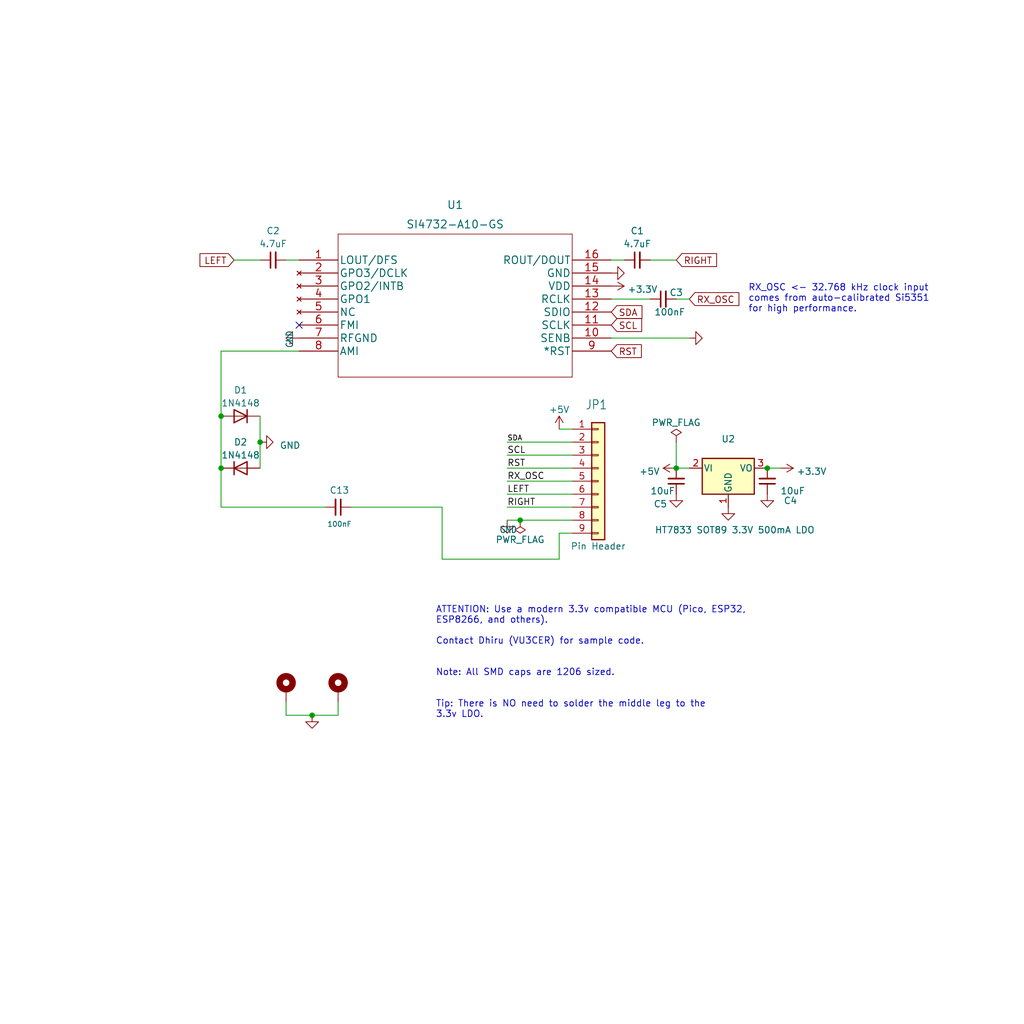
<source format=kicad_sch>
(kicad_sch (version 20230121) (generator eeschema)
  (paper "User" 200 200)
  (title_block (title "Breakout board (BoB) for Si4732 for HF") (date "2023-02-17") (rev "v0.01") (company "Dhiru Kholia (VU3CER)"))
  (lib_symbols
    (symbol "1N4148_1" (pin_numbers hide) (pin_names hide)
      (property "Reference" "D" (at 0 2.54 0))
      (property "Value" "1N4148" (at 0 -2.54 0))
      (property "Sim.Device" "D" (at 0 0 0))
      (property "Sim.Pins" "1=K 2=A" (at 0 0 0))
      (symbol "1N4148_1_0_1"
        (polyline (pts (xy -1.27 1.27) (xy -1.27 -1.27)) (stroke (width 0.254)))
        (polyline (pts (xy 1.27 0) (xy -1.27 0)))
        (polyline (pts (xy 1.27 1.27) (xy 1.27 -1.27) (xy -1.27 0) (xy 1.27 1.27)) (stroke (width 0.254)))
      )
      (symbol "1N4148_1_1_1"
        (pin passive line (at -3.81 0 0) (length 2.54) (name "K") (number "1"))
        (pin passive line (at 3.81 0 180) (length 2.54) (name "A") (number "2"))
      )
    )
    (symbol "2022-12-04_04-36-26:SI4732-A10-GS" (pin_names (offset 0.254))
      (property "Reference" "U" (at 30.48 10.16 0))
      (property "Value" "SI4732-A10-GS" (at 30.48 7.62 0))
      (symbol "SI4732-A10-GS_1_1"
        (polyline (pts (xy 7.62 -22.86) (xy 53.34 -22.86)) (stroke (width 0.127)))
        (polyline (pts (xy 7.62 5.08) (xy 7.62 -22.86)) (stroke (width 0.127)))
        (polyline (pts (xy 53.34 -22.86) (xy 53.34 5.08)) (stroke (width 0.127)))
        (polyline (pts (xy 53.34 5.08) (xy 7.62 5.08)) (stroke (width 0.127)))
        (pin output line (at 0 0 0) (length 7.62) (name "LOUT/DFS") (number "1"))
        (pin power_in line (at 60.96 -15.24 180) (length 7.62) (name "SENB") (number "10"))
        (pin bidirectional line (at 60.96 -12.7 180) (length 7.62) (name "SCLK") (number "11"))
        (pin bidirectional line (at 60.96 -10.16 180) (length 7.62) (name "SDIO") (number "12"))
        (pin input line (at 60.96 -7.62 180) (length 7.62) (name "RCLK") (number "13"))
        (pin power_in line (at 60.96 -5.08 180) (length 7.62) (name "VDD") (number "14"))
        (pin power_in line (at 60.96 -2.54 180) (length 7.62) (name "GND") (number "15"))
        (pin output line (at 60.96 0 180) (length 7.62) (name "ROUT/DOUT") (number "16"))
        (pin no_connect line (at 0 -2.54 0) (length 7.62) (name "GPO3/DCLK") (number "2"))
        (pin no_connect line (at 0 -5.08 0) (length 7.62) (name "GPO2/INTB") (number "3"))
        (pin no_connect line (at 0 -7.62 0) (length 7.62) (name "GPO1") (number "4"))
        (pin no_connect line (at 0 -10.16 0) (length 7.62) (name "NC") (number "5"))
        (pin unspecified line (at 0 -12.7 0) (length 7.62) (name "FMI") (number "6"))
        (pin power_in line (at 0 -15.24 0) (length 7.62) (name "RFGND") (number "7"))
        (pin input line (at 0 -17.78 0) (length 7.62) (name "AMI") (number "8"))
        (pin input line (at 60.96 -17.78 180) (length 7.62) (name "*RST") (number "9"))
      )
    )
    (symbol "Connector_Generic:Conn_01x09" (pin_names (offset 1.016) hide)
      (property "Reference" "J" (at 0 12.7 0))
      (property "Value" "Conn_01x09" (at 0 -12.7 0))
      (symbol "Conn_01x09_1_1"
        (rectangle (start -1.27 -10.033) (end 0 -10.287) (stroke (width 0.1524)))
        (rectangle (start -1.27 -7.493) (end 0 -7.747) (stroke (width 0.1524)))
        (rectangle (start -1.27 -4.953) (end 0 -5.207) (stroke (width 0.1524)))
        (rectangle (start -1.27 -2.413) (end 0 -2.667) (stroke (width 0.1524)))
        (rectangle (start -1.27 0.127) (end 0 -0.127) (stroke (width 0.1524)))
        (rectangle (start -1.27 2.667) (end 0 2.413) (stroke (width 0.1524)))
        (rectangle (start -1.27 5.207) (end 0 4.953) (stroke (width 0.1524)))
        (rectangle (start -1.27 7.747) (end 0 7.493) (stroke (width 0.1524)))
        (rectangle (start -1.27 10.287) (end 0 10.033) (stroke (width 0.1524)))
        (rectangle (start -1.27 11.43) (end 1.27 -11.43) (stroke (width 0.254)) (fill (type background)))
        (pin passive line (at -5.08 10.16 0) (length 3.81) (name "Pin_1") (number "1"))
        (pin passive line (at -5.08 7.62 0) (length 3.81) (name "Pin_2") (number "2"))
        (pin passive line (at -5.08 5.08 0) (length 3.81) (name "Pin_3") (number "3"))
        (pin passive line (at -5.08 2.54 0) (length 3.81) (name "Pin_4") (number "4"))
        (pin passive line (at -5.08 0 0) (length 3.81) (name "Pin_5") (number "5"))
        (pin passive line (at -5.08 -2.54 0) (length 3.81) (name "Pin_6") (number "6"))
        (pin passive line (at -5.08 -5.08 0) (length 3.81) (name "Pin_7") (number "7"))
        (pin passive line (at -5.08 -7.62 0) (length 3.81) (name "Pin_8") (number "8"))
        (pin passive line (at -5.08 -10.16 0) (length 3.81) (name "Pin_9") (number "9"))
      )
    )
    (symbol "Device:C_Small" (pin_numbers hide) (pin_names (offset 0.254) hide)
      (property "Reference" "C" (at 0.254 1.778 0))
      (property "Value" "C_Small" (at 0.254 -2.032 0))
      (symbol "C_Small_0_1"
        (polyline (pts (xy -1.524 -0.508) (xy 1.524 -0.508)) (stroke (width 0.3302)))
        (polyline (pts (xy -1.524 0.508) (xy 1.524 0.508)) (stroke (width 0.3048)))
      )
      (symbol "C_Small_1_1"
        (pin passive line (at 0 2.54 270) (length 2.032) (name "~") (number "1"))
        (pin passive line (at 0 -2.54 90) (length 2.032) (name "~") (number "2"))
      )
    )
    (symbol "Diode:1N4148" (pin_numbers hide) (pin_names hide)
      (property "Reference" "D" (at 0 2.54 0))
      (property "Value" "1N4148" (at 0 -2.54 0))
      (property "Sim.Device" "D" (at 0 0 0))
      (property "Sim.Pins" "1=K 2=A" (at 0 0 0))
      (symbol "1N4148_0_1"
        (polyline (pts (xy -1.27 1.27) (xy -1.27 -1.27)) (stroke (width 0.254)))
        (polyline (pts (xy 1.27 0) (xy -1.27 0)))
        (polyline (pts (xy 1.27 1.27) (xy 1.27 -1.27) (xy -1.27 0) (xy 1.27 1.27)) (stroke (width 0.254)))
      )
      (symbol "1N4148_1_1"
        (pin passive line (at -3.81 0 0) (length 2.54) (name "K") (number "1"))
        (pin passive line (at 3.81 0 180) (length 2.54) (name "A") (number "2"))
      )
    )
    (symbol "Mechanical:MountingHole_Pad" (pin_numbers hide) (pin_names (offset 1.016) hide)
      (property "Reference" "H" (at 0 6.35 0))
      (property "Value" "MountingHole_Pad" (at 0 4.445 0))
      (symbol "MountingHole_Pad_0_1"
        (circle (center 0 1.27) (radius 1.27) (stroke (width 1.27)))
      )
      (symbol "MountingHole_Pad_1_1"
        (pin input line (at 0 -2.54 90) (length 2.54) (name "1") (number "1"))
      )
    )
    (symbol "Regulator_Linear:MCP1703Ax-330xxMB" (pin_names (offset 0.254))
      (property "Reference" "U" (at -3.81 3.175 0))
      (property "Value" "MCP1703Ax-330xxMB" (at 0 3.175 0))
      (symbol "MCP1703Ax-330xxMB_0_1"
        (rectangle (start -5.08 -5.08) (end 5.08 1.905) (stroke (width 0.254)) (fill (type background)))
      )
      (symbol "MCP1703Ax-330xxMB_1_1"
        (pin power_in line (at 0 -7.62 90) (length 2.54) (name "GND") (number "1"))
        (pin power_in line (at -7.62 0 0) (length 2.54) (name "VI") (number "2"))
        (pin power_out line (at 7.62 0 180) (length 2.54) (name "VO") (number "3"))
      )
    )
    (symbol "power:+3.3V" (power) (pin_names (offset 0))
      (property "Value" "+3.3V" (at 0 3.556 0))
      (symbol "+3.3V_0_1"
        (polyline (pts (xy -0.762 1.27) (xy 0 2.54)))
        (polyline (pts (xy 0 0) (xy 0 2.54)))
        (polyline (pts (xy 0 2.54) (xy 0.762 1.27)))
      )
      (symbol "+3.3V_1_1"
        (pin power_in line (at 0 0 90) (length 0) hide (name "+3.3V") (number "1"))
      )
    )
    (symbol "power:+5V" (power) (pin_names (offset 0))
      (property "Value" "+5V" (at 0 3.556 0))
      (symbol "+5V_0_1"
        (polyline (pts (xy -0.762 1.27) (xy 0 2.54)))
        (polyline (pts (xy 0 0) (xy 0 2.54)))
        (polyline (pts (xy 0 2.54) (xy 0.762 1.27)))
      )
      (symbol "+5V_1_1"
        (pin power_in line (at 0 0 90) (length 0) hide (name "+5V") (number "1"))
      )
    )
    (symbol "power:GND" (power) (pin_names (offset 0))
      (property "Value" "GND" (at 0 -3.81 0))
      (symbol "GND_0_1"
        (polyline (pts (xy 0 0) (xy 0 -1.27) (xy 1.27 -1.27) (xy 0 -2.54) (xy -1.27 -1.27) (xy 0 -1.27)))
      )
      (symbol "GND_1_1"
        (pin power_in line (at 0 0 270) (length 0) hide (name "GND") (number "1"))
      )
    )
    (symbol "power:PWR_FLAG" (power) (pin_numbers hide) (pin_names (offset 0) hide)
      (property "Value" "PWR_FLAG" (at 0 3.81 0))
      (symbol "PWR_FLAG_0_0"
        (pin power_out line (at 0 0 90) (length 0) (name "pwr") (number "1"))
      )
      (symbol "PWR_FLAG_0_1"
        (polyline (pts (xy 0 0) (xy 0 1.27) (xy -1.016 1.905) (xy 0 2.54) (xy 1.016 1.905) (xy 0 1.27)))
      )
    )
  )
  (junction (at 60.96 139.7))
  (junction (at 50.8 86.36))
  (junction (at 132.08 91.44))
  (junction (at 43.18 81.28))
  (junction (at 43.18 91.44))
  (junction (at 101.6 101.6))
  (junction (at 149.86 91.44))
  (no_connect (at 58.42 63.5))
  (wire (pts (xy 50.8 86.36) (xy 50.8 91.44)))
  (wire (pts (xy 119.38 58.42) (xy 127 58.42)))
  (wire (pts (xy 109.22 104.14) (xy 109.22 109.22)))
  (wire (pts (xy 99.06 91.44) (xy 111.76 91.44)))
  (wire (pts (xy 99.06 93.98) (xy 111.76 93.98)))
  (wire (pts (xy 86.36 99.06) (xy 86.36 109.22)))
  (wire (pts (xy 109.22 83.82) (xy 111.76 83.82)))
  (wire (pts (xy 68.58 99.06) (xy 86.36 99.06)))
  (wire (pts (xy 119.38 66.04) (xy 134.62 66.04)))
  (wire (pts (xy 55.88 137.16) (xy 55.88 139.7)))
  (wire (pts (xy 109.22 104.14) (xy 111.76 104.14)))
  (wire (pts (xy 66.04 137.16) (xy 66.04 139.7)))
  (wire (pts (xy 132.08 86.36) (xy 132.08 91.44)))
  (wire (pts (xy 60.96 139.7) (xy 55.88 139.7)))
  (wire (pts (xy 43.18 91.44) (xy 43.18 99.06)))
  (wire (pts (xy 58.42 68.58) (xy 43.18 68.58)))
  (wire (pts (xy 132.08 91.44) (xy 134.62 91.44)))
  (wire (pts (xy 101.6 101.6) (xy 111.76 101.6)))
  (wire (pts (xy 99.06 101.6) (xy 101.6 101.6)))
  (wire (pts (xy 132.08 58.42) (xy 134.62 58.42)))
  (wire (pts (xy 99.06 99.06) (xy 111.76 99.06)))
  (wire (pts (xy 149.86 91.44) (xy 152.4 91.44)))
  (wire (pts (xy 55.88 50.8) (xy 58.42 50.8)))
  (wire (pts (xy 99.06 96.52) (xy 111.76 96.52)))
  (wire (pts (xy 50.8 81.28) (xy 50.8 86.36)))
  (wire (pts (xy 43.18 68.58) (xy 43.18 81.28)))
  (wire (pts (xy 43.18 99.06) (xy 63.5 99.06)))
  (wire (pts (xy 99.06 88.9) (xy 111.76 88.9)))
  (wire (pts (xy 66.04 139.7) (xy 60.96 139.7)))
  (wire (pts (xy 43.18 81.28) (xy 43.18 91.44)))
  (wire (pts (xy 99.06 86.36) (xy 111.76 86.36)))
  (wire (pts (xy 86.36 109.22) (xy 109.22 109.22)))
  (wire (pts (xy 119.38 50.8) (xy 121.92 50.8)))
  (wire (pts (xy 127 50.8) (xy 132.08 50.8)))
  (wire (pts (xy 45.72 50.8) (xy 50.8 50.8)))
  (text "RX_OSC <- 32.768 kHz clock input\ncomes from auto-calibrated Si5351\nfor high performance." (at 146.1262 61.1378 0) (effects (font (size 1.27 1.27)) (justify left bottom)))
  (text "ATTENTION: Use a modern 3.3v compatible MCU (Pico, ESP32, \nESP8266, and others).\n\nContact Dhiru (VU3CER) for sample code.\n\n\nNote: All SMD caps are 1206 sized.\n\n\nTip: There is NO need to solder the middle leg to the\n3.3v LDO." (at 85.09 140.3604 0) (effects (font (size 1.27 1.27)) (justify left bottom)))
  (label "RST" (at 99.06 91.44 0) (effects (font (size 1.2446 1.2446))))
  (label "SDA" (at 99.06 86.36 0) (effects (font (size 1 1))))
  (label "SCL" (at 99.06 88.9 0) (effects (font (size 1.2446 1.2446))))
  (label "RX_OSC" (at 99.06 93.98 0) (effects (font (size 1.2446 1.2446))))
  (label "LEFT" (at 99.06 96.52 0) (effects (font (size 1.2446 1.2446))))
  (label "RIGHT" (at 99.06 99.06 0) (effects (font (size 1.2446 1.2446))))
  (global_label "RST" (shape input) (at 119.38 68.58 0) (property "Intersheetrefs" "${INTERSHEET_REFS}" (effects hide)))
  (global_label "RX_OSC" (shape input) (at 134.62 58.42 0) (property "Intersheetrefs" "${INTERSHEET_REFS}" (effects hide)))
  (global_label "SDA" (shape input) (at 119.38 60.96 0) (property "Intersheetrefs" "${INTERSHEET_REFS}" (effects hide)))
  (global_label "RIGHT" (shape input) (at 132.08 50.8 0) (property "Intersheetrefs" "${INTERSHEET_REFS}" (effects hide)))
  (global_label "SCL" (shape input) (at 119.38 63.5 0) (property "Intersheetrefs" "${INTERSHEET_REFS}" (effects hide)))
  (global_label "LEFT" (shape input) (at 45.72 50.8 180) (property "Intersheetrefs" "${INTERSHEET_REFS}" (effects hide)))
  (symbol (lib_id "Mechanical:MountingHole_Pad") (at 55.88 134.62 0) (unit 1)
    (property "Reference" "H1" (effects hide))
    (property "Value" "MountingHole_Pad" (effects hide))
    (property "Footprint" "MountingHole:MountingHole_2.2mm_M2_Pad_Via" (effects hide))
  )
  (symbol (lib_id "Mechanical:MountingHole_Pad") (at 66.04 134.62 0) (unit 1)
    (property "Reference" "H2" (effects hide))
    (property "Value" "MountingHole_Pad" (effects hide))
    (property "Footprint" "MountingHole:MountingHole_2.2mm_M2_Pad_Via" (effects hide))
  )
  (symbol (lib_id "Device:C_Small") (at 66.04 99.06 270) (unit 1)
    (property "Reference" "C13" (at 66.294 95.758 90))
    (property "Value" "100nF" (at 66.294 102.362 90) (effects (font (size 1 1))))
    (property "Footprint" "Capacitor_SMD:C_1206_3216Metric_Pad1.33x1.80mm_HandSolder" (effects hide))
    (property "Sim.Device" "SPICE" (effects hide))
    (property "Sim.Params" "type=\"\" model=\"100n\" lib=\"\"" (effects hide))
    (property "Sim.Pins" "1=1 2=2" (effects hide))
  )
  (symbol (lib_id "power:+5V") (at 109.22 83.82 0) (unit 1)
    (property "Reference" "#PWR0107" (effects hide))
    (property "Value" "+5V" (at 109.22 80.01 0))
  )
  (symbol (lib_id "Regulator_Linear:MCP1703Ax-330xxMB") (at 142.24 91.44 0) (unit 1)
    (property "Reference" "U2" (at 142.24 85.725 0))
    (property "Value" "HT7833 SOT89 3.3V 500mA LDO" (at 143.51 103.505 0))
    (property "Footprint" "Package_TO_SOT_SMD:SOT-89-3" (effects hide))
    (property "Datasheet" "http://ww1.microchip.com/downloads/en/DeviceDoc/20005122B.pdf" (effects hide))
  )
  (symbol (lib_name "1N4148_1") (lib_id "Diode:1N4148") (at 46.99 91.44 0) (unit 1)
    (property "Reference" "D2" (at 46.99 86.36 0))
    (property "Value" "1N4148" (at 46.99 88.9 0))
    (property "Footprint" "Diode_THT:D_DO-35_SOD27_P2.54mm_Vertical_KathodeUp" (effects hide))
    (property "Datasheet" "https://assets.nexperia.com/documents/data-sheet/1N4148_1N4448.pdf" (effects hide))
  )
  (symbol (lib_id "power:GND") (at 134.62 66.04 90) (unit 1)
    (property "Reference" "#PWR0102" (effects hide))
    (property "Value" "GNDPWR" (effects hide))
  )
  (symbol (lib_id "power:GND") (at 149.86 96.52 0) (unit 1)
    (property "Reference" "#PWR03" (effects hide))
    (property "Value" "GND" (effects hide))
  )
  (symbol (lib_id "power:GND") (at 60.96 139.7 0) (unit 1)
    (property "Reference" "#PWR010" (effects hide))
    (property "Value" "GNDPWR" (effects hide))
  )
  (symbol (lib_id "power:PWR_FLAG") (at 101.6 101.6 180) (unit 1)
    (property "Reference" "#FLG01" (effects hide))
    (property "Value" "PWR_FLAG" (at 101.6 105.41 0))
  )
  (symbol (lib_id "power:GND") (at 99.06 101.6 0) (unit 1)
    (property "Reference" "#U$0101" (effects hide))
    (property "Value" "~" (at 97.536 104.14 0) (effects (font (size 1.27 1.0795)) (justify left bottom)))
    (property "Footprint" "Adafruit Si5351A:" (effects hide))
  )
  (symbol (lib_id "Device:C_Small") (at 124.46 50.8 90) (unit 1)
    (property "Reference" "C1" (at 124.4663 45.085 90))
    (property "Value" "4.7uF" (at 124.4663 47.625 90))
    (property "Footprint" "Capacitor_SMD:C_1206_3216Metric_Pad1.33x1.80mm_HandSolder" (effects hide))
  )
  (symbol (lib_id "power:PWR_FLAG") (at 132.08 86.36 0) (unit 1)
    (property "Reference" "#FLG0102" (effects hide))
    (property "Value" "PWR_FLAG" (at 132.08 82.55 0))
  )
  (symbol (lib_id "Device:C_Small") (at 129.54 58.42 90) (unit 1)
    (property "Reference" "C3" (at 132.08 57.15 90))
    (property "Value" "100nF" (at 130.81 60.96 90))
    (property "Footprint" "Capacitor_SMD:C_1206_3216Metric_Pad1.33x1.80mm_HandSolder" (effects hide))
    (property "Sim.Device" "SPICE" (effects hide))
    (property "Sim.Params" "type=\"\" model=\"100n\" lib=\"\"" (effects hide))
    (property "Sim.Pins" "1=1 2=2" (effects hide))
  )
  (symbol (lib_id "power:GND") (at 58.42 66.04 270) (unit 1)
    (property "Reference" "#U$021" (effects hide))
    (property "Value" "~" (at 55.88 64.516 0) (effects (font (size 1.27 1.0795)) (justify left bottom)))
    (property "Footprint" "Adafruit Si5351A:" (effects hide))
  )
  (symbol (lib_id "power:GND") (at 50.8 86.36 90) (unit 1)
    (property "Reference" "#PWR01" (effects hide))
    (property "Value" "GND" (at 54.61 86.995 90) (effects (justify right)))
  )
  (symbol (lib_id "Diode:1N4148") (at 46.99 81.28 180) (unit 1)
    (property "Reference" "D1" (at 46.99 76.2 0))
    (property "Value" "1N4148" (at 46.99 78.74 0))
    (property "Footprint" "Diode_THT:D_DO-35_SOD27_P2.54mm_Vertical_KathodeUp" (effects hide))
    (property "Datasheet" "https://assets.nexperia.com/documents/data-sheet/1N4148_1N4448.pdf" (effects hide))
  )
  (symbol (lib_id "Device:C_Small") (at 132.08 93.98 180) (unit 1)
    (property "Reference" "C5" (at 127.635 98.425 0) (effects (justify right)))
    (property "Value" "10uF" (at 127 95.885 0) (effects (justify right)))
    (property "Footprint" "Capacitor_SMD:C_1206_3216Metric_Pad1.33x1.80mm_HandSolder" (effects hide))
  )
  (symbol (lib_id "power:+5V") (at 132.08 91.44 90) (unit 1)
    (property "Reference" "#PWR0105" (effects hide))
    (property "Value" "+5V" (at 128.905 92.075 90) (effects (justify left)))
  )
  (symbol (lib_id "power:GND") (at 119.38 53.34 90) (unit 1)
    (property "Reference" "#PWR0104" (effects hide))
    (property "Value" "GNDPWR" (effects hide))
  )
  (symbol (lib_id "power:GND") (at 142.24 99.06 0) (unit 1)
    (property "Reference" "#PWR0106" (effects hide))
    (property "Value" "GND" (effects hide))
  )
  (symbol (lib_id "Device:C_Small") (at 53.34 50.8 90) (unit 1)
    (property "Reference" "C2" (at 53.3463 45.085 90))
    (property "Value" "4.7uF" (at 53.3463 47.625 90))
    (property "Footprint" "Capacitor_SMD:C_1206_3216Metric_Pad1.33x1.80mm_HandSolder" (effects hide))
  )
  (symbol (lib_id "power:+3.3V") (at 152.4 91.44 270) (unit 1)
    (property "Reference" "#PWR0103" (effects hide))
    (property "Value" "+3.3V" (at 155.575 92.075 90) (effects (justify left)))
  )
  (symbol (lib_id "power:GND") (at 132.08 96.52 0) (unit 1)
    (property "Reference" "#PWR02" (effects hide))
    (property "Value" "GND" (effects hide))
  )
  (symbol (lib_id "2022-12-04_04-36-26:SI4732-A10-GS") (at 58.42 50.8 0) (unit 1)
    (property "Reference" "U1" (at 88.9 40.005 0) (effects (font (size 1.524 1.524))))
    (property "Value" "SI4732-A10-GS" (at 88.9 43.815 0) (effects (font (size 1.524 1.524))))
    (property "Footprint" "Package_SO:SOIC-16_3.9x9.9mm_P1.27mm" (effects hide))
  )
  (symbol (lib_id "Device:C_Small") (at 149.86 93.98 180) (unit 1)
    (property "Reference" "C4" (at 153.035 97.79 0) (effects (justify right)))
    (property "Value" "10uF" (at 152.4 95.8786 0) (effects (justify right)))
    (property "Footprint" "Capacitor_SMD:C_1206_3216Metric_Pad1.33x1.80mm_HandSolder" (effects hide))
  )
  (symbol (lib_id "Connector_Generic:Conn_01x09") (at 116.84 93.98 0) (unit 1)
    (property "Reference" "JP1" (at 114.3 80.01 0) (effects (font (size 1.778 1.5113)) (justify left bottom)))
    (property "Value" "Pin Header" (at 116.84 106.68 0))
    (property "Footprint" "footprints:PinSocket_1x09_P2.54mm_Vertical_Custom" (effects hide))
  )
  (symbol (lib_id "power:+3.3V") (at 119.38 55.88 270) (unit 1)
    (property "Reference" "#PWR0101" (effects hide))
    (property "Value" "+3.3V" (at 122.555 56.515 90) (effects (justify left)))
  )
)
</source>
